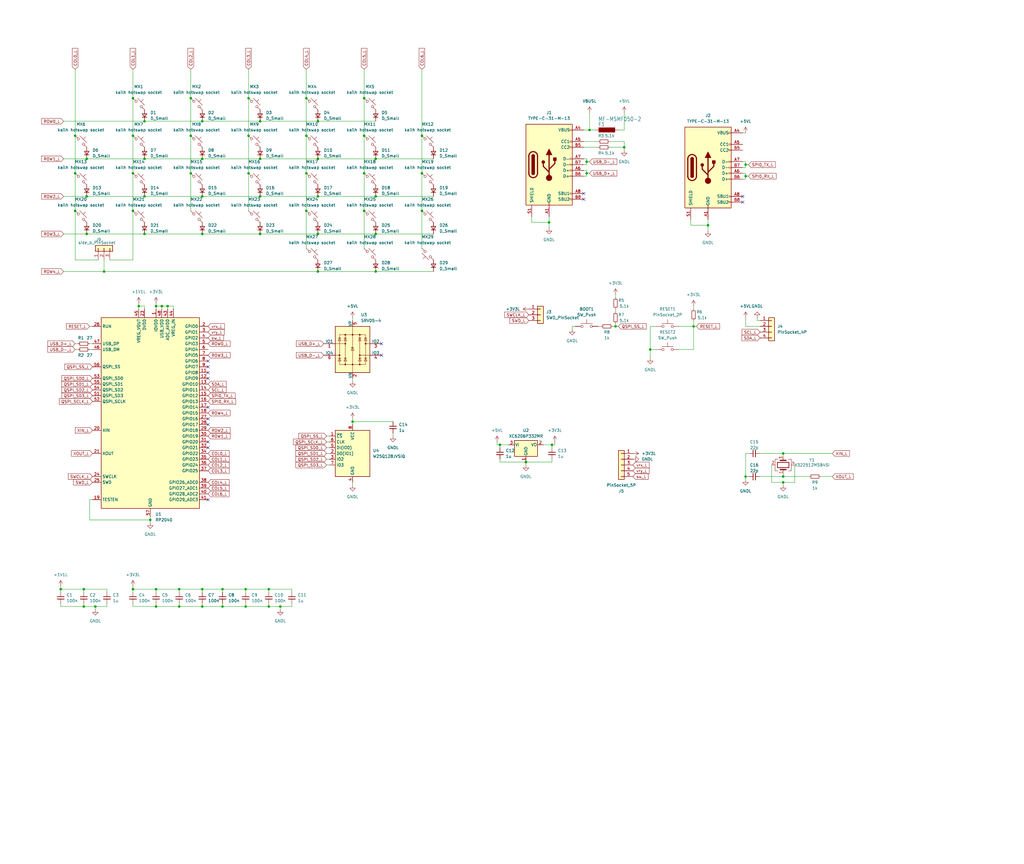
<source format=kicad_sch>
(kicad_sch (version 20231120) (generator "eeschema") (generator_version "8.0")
  (paper "User" 450.012 380.009)
  (junction (at 83.82 43.18))
  (junction (at 68.58 134.62))
  (junction (at 134.62 59.69))
  (junction (at 36.83 259.08))
  (junction (at 114.3 69.85))
  (junction (at 38.1 86.36))
  (junction (at 114.3 53.34))
  (junction (at 270.51 143.51))
  (junction (at 185.42 76.2))
  (junction (at 107.95 266.7))
  (junction (at 83.82 59.69))
  (junction (at 63.5 53.34))
  (junction (at 58.42 76.2))
  (junction (at 109.22 59.69))
  (junction (at 139.7 53.34))
  (junction (at 58.42 259.08))
  (junction (at 259.08 57.15))
  (junction (at 38.1 102.87))
  (junction (at 88.9 266.7))
  (junction (at 97.79 266.7))
  (junction (at 285.75 153.67))
  (junction (at 41.91 266.7))
  (junction (at 134.62 76.2))
  (junction (at 83.82 76.2))
  (junction (at 58.42 92.71))
  (junction (at 109.22 43.18))
  (junction (at 123.19 266.7))
  (junction (at 160.02 43.18))
  (junction (at 107.95 259.08))
  (junction (at 68.58 259.08))
  (junction (at 73.66 134.62))
  (junction (at 58.42 59.69))
  (junction (at 241.3 97.79))
  (junction (at 165.1 86.36))
  (junction (at 33.02 59.69))
  (junction (at 88.9 102.87))
  (junction (at 63.5 69.85))
  (junction (at 60.96 134.62))
  (junction (at 109.22 76.2))
  (junction (at 311.15 99.06))
  (junction (at 165.1 119.38))
  (junction (at 88.9 86.36))
  (junction (at 139.7 119.38))
  (junction (at 257.81 76.2))
  (junction (at 38.1 69.85))
  (junction (at 33.02 92.71))
  (junction (at 327.66 72.39))
  (junction (at 165.1 102.87))
  (junction (at 160.02 59.69))
  (junction (at 344.17 209.55))
  (junction (at 118.11 259.08))
  (junction (at 219.71 195.58))
  (junction (at 33.02 76.2))
  (junction (at 134.62 43.18))
  (junction (at 88.9 53.34))
  (junction (at 71.12 134.62))
  (junction (at 63.5 102.87))
  (junction (at 304.8 143.51))
  (junction (at 88.9 69.85))
  (junction (at 327.66 209.55))
  (junction (at 78.74 266.7))
  (junction (at 154.94 185.42))
  (junction (at 97.79 259.08))
  (junction (at 26.67 259.08))
  (junction (at 185.42 59.69))
  (junction (at 160.02 92.71))
  (junction (at 114.3 86.36))
  (junction (at 66.04 228.6))
  (junction (at 88.9 259.08))
  (junction (at 344.17 212.09))
  (junction (at 139.7 86.36))
  (junction (at 139.7 102.87))
  (junction (at 231.14 203.2))
  (junction (at 185.42 92.71))
  (junction (at 58.42 43.18))
  (junction (at 274.32 64.77))
  (junction (at 134.62 92.71))
  (junction (at 114.3 102.87))
  (junction (at 45.72 119.38))
  (junction (at 257.81 71.12))
  (junction (at 63.5 86.36))
  (junction (at 165.1 69.85))
  (junction (at 36.83 266.7))
  (junction (at 118.11 266.7))
  (junction (at 78.74 259.08))
  (junction (at 344.17 199.39))
  (junction (at 327.66 77.47))
  (junction (at 68.58 266.7))
  (junction (at 139.7 69.85))
  (junction (at 160.02 76.2))
  (junction (at 242.57 195.58))
  (no_connect (at 167.64 151.13))
  (no_connect (at 167.64 156.21))
  (no_connect (at 91.44 184.15))
  (no_connect (at 91.44 161.29))
  (no_connect (at 256.54 85.09))
  (no_connect (at 256.54 87.63))
  (no_connect (at 326.39 88.9))
  (no_connect (at 91.44 166.37))
  (no_connect (at 91.44 163.83))
  (no_connect (at 91.44 186.69))
  (no_connect (at 91.44 194.31))
  (no_connect (at 326.39 86.36))
  (no_connect (at 91.44 219.71))
  (no_connect (at 91.44 158.75))
  (no_connect (at 91.44 196.85))
  (no_connect (at 91.44 179.07))
  (wire (pts (xy 39.37 153.67) (xy 40.64 153.67)))
  (wire (pts (xy 344.17 208.28) (xy 344.17 209.55)))
  (wire (pts (xy 134.62 30.48) (xy 134.62 43.18)))
  (wire (pts (xy 123.19 266.7) (xy 128.27 266.7)))
  (wire (pts (xy 143.51 204.47) (xy 144.78 204.47)))
  (wire (pts (xy 58.42 265.43) (xy 58.42 266.7)))
  (wire (pts (xy 274.32 57.15) (xy 274.32 49.53)))
  (wire (pts (xy 68.58 266.7) (xy 78.74 266.7)))
  (wire (pts (xy 33.02 153.67) (xy 34.29 153.67)))
  (wire (pts (xy 143.51 194.31) (xy 144.78 194.31)))
  (wire (pts (xy 185.42 92.71) (xy 185.42 109.22)))
  (wire (pts (xy 154.94 185.42) (xy 154.94 186.69)))
  (wire (pts (xy 33.02 30.48) (xy 33.02 59.69)))
  (wire (pts (xy 58.42 30.48) (xy 58.42 43.18)))
  (wire (pts (xy 58.42 59.69) (xy 58.42 76.2)))
  (wire (pts (xy 233.68 95.25) (xy 233.68 97.79)))
  (wire (pts (xy 154.94 212.09) (xy 154.94 213.36)))
  (wire (pts (xy 73.66 135.89) (xy 73.66 134.62)))
  (wire (pts (xy 327.66 209.55) (xy 328.93 209.55)))
  (wire (pts (xy 68.58 259.08) (xy 78.74 259.08)))
  (wire (pts (xy 332.74 140.97) (xy 334.01 140.97)))
  (wire (pts (xy 285.75 143.51) (xy 285.75 153.67)))
  (wire (pts (xy 88.9 266.7) (xy 97.79 266.7)))
  (wire (pts (xy 219.71 201.93) (xy 219.71 203.2)))
  (wire (pts (xy 107.95 266.7) (xy 118.11 266.7)))
  (wire (pts (xy 78.74 259.08) (xy 88.9 259.08)))
  (wire (pts (xy 38.1 86.36) (xy 63.5 86.36)))
  (wire (pts (xy 285.75 153.67) (xy 288.29 153.67)))
  (wire (pts (xy 165.1 86.36) (xy 190.5 86.36)))
  (wire (pts (xy 332.74 139.7) (xy 332.74 140.97)))
  (wire (pts (xy 304.8 134.62) (xy 304.8 135.89)))
  (wire (pts (xy 257.81 77.47) (xy 257.81 76.2)))
  (wire (pts (xy 88.9 69.85) (xy 114.3 69.85)))
  (wire (pts (xy 219.71 195.58) (xy 219.71 196.85)))
  (wire (pts (xy 311.15 96.52) (xy 311.15 99.06)))
  (wire (pts (xy 256.54 77.47) (xy 257.81 77.47)))
  (wire (pts (xy 259.08 57.15) (xy 261.62 57.15)))
  (wire (pts (xy 78.74 265.43) (xy 78.74 266.7)))
  (wire (pts (xy 274.32 62.23) (xy 274.32 64.77)))
  (wire (pts (xy 109.22 76.2) (xy 109.22 92.71)))
  (wire (pts (xy 172.72 190.5) (xy 172.72 191.77)))
  (wire (pts (xy 219.71 195.58) (xy 223.52 195.58)))
  (wire (pts (xy 63.5 86.36) (xy 88.9 86.36)))
  (wire (pts (xy 33.02 114.3) (xy 43.18 114.3)))
  (wire (pts (xy 160.02 76.2) (xy 160.02 92.71)))
  (wire (pts (xy 88.9 259.08) (xy 97.79 259.08)))
  (wire (pts (xy 267.97 64.77) (xy 274.32 64.77)))
  (wire (pts (xy 257.81 74.93) (xy 256.54 74.93)))
  (wire (pts (xy 58.42 257.81) (xy 58.42 259.08)))
  (wire (pts (xy 97.79 265.43) (xy 97.79 266.7)))
  (wire (pts (xy 118.11 259.08) (xy 128.27 259.08)))
  (wire (pts (xy 143.51 201.93) (xy 144.78 201.93)))
  (wire (pts (xy 60.96 133.35) (xy 60.96 134.62)))
  (wire (pts (xy 63.5 134.62) (xy 63.5 135.89)))
  (wire (pts (xy 306.07 143.51) (xy 304.8 143.51)))
  (wire (pts (xy 231.14 204.47) (xy 231.14 203.2)))
  (wire (pts (xy 334.01 209.55) (xy 344.17 209.55)))
  (wire (pts (xy 46.99 260.35) (xy 46.99 259.08)))
  (wire (pts (xy 114.3 53.34) (xy 139.7 53.34)))
  (wire (pts (xy 134.62 59.69) (xy 134.62 76.2)))
  (wire (pts (xy 78.74 266.7) (xy 88.9 266.7)))
  (wire (pts (xy 344.17 199.39) (xy 365.76 199.39)))
  (wire (pts (xy 344.17 200.66) (xy 344.17 199.39)))
  (wire (pts (xy 160.02 92.71) (xy 160.02 109.22)))
  (wire (pts (xy 243.84 195.58) (xy 243.84 194.31)))
  (wire (pts (xy 269.24 143.51) (xy 270.51 143.51)))
  (wire (pts (xy 118.11 266.7) (xy 123.19 266.7)))
  (wire (pts (xy 165.1 69.85) (xy 190.5 69.85)))
  (wire (pts (xy 288.29 143.51) (xy 285.75 143.51)))
  (wire (pts (xy 88.9 102.87) (xy 114.3 102.87)))
  (wire (pts (xy 303.53 96.52) (xy 303.53 99.06)))
  (wire (pts (xy 60.96 135.89) (xy 60.96 134.62)))
  (wire (pts (xy 33.02 59.69) (xy 33.02 76.2)))
  (wire (pts (xy 114.3 102.87) (xy 139.7 102.87)))
  (wire (pts (xy 97.79 266.7) (xy 107.95 266.7)))
  (wire (pts (xy 233.68 97.79) (xy 241.3 97.79)))
  (wire (pts (xy 218.44 195.58) (xy 219.71 195.58)))
  (wire (pts (xy 267.97 62.23) (xy 274.32 62.23)))
  (wire (pts (xy 68.58 135.89) (xy 68.58 134.62)))
  (wire (pts (xy 39.37 151.13) (xy 40.64 151.13)))
  (wire (pts (xy 38.1 102.87) (xy 63.5 102.87)))
  (wire (pts (xy 165.1 102.87) (xy 190.5 102.87)))
  (wire (pts (xy 83.82 59.69) (xy 83.82 76.2)))
  (wire (pts (xy 327.66 77.47) (xy 328.93 77.47)))
  (wire (pts (xy 242.57 201.93) (xy 242.57 203.2)))
  (wire (pts (xy 97.79 260.35) (xy 97.79 259.08)))
  (wire (pts (xy 139.7 102.87) (xy 165.1 102.87)))
  (wire (pts (xy 160.02 59.69) (xy 160.02 76.2)))
  (wire (pts (xy 143.51 199.39) (xy 144.78 199.39)))
  (wire (pts (xy 219.71 203.2) (xy 231.14 203.2)))
  (wire (pts (xy 238.76 195.58) (xy 242.57 195.58)))
  (wire (pts (xy 73.66 134.62) (xy 71.12 134.62)))
  (wire (pts (xy 68.58 259.08) (xy 68.58 260.35)))
  (wire (pts (xy 26.67 266.7) (xy 36.83 266.7)))
  (wire (pts (xy 303.53 99.06) (xy 311.15 99.06)))
  (wire (pts (xy 33.02 92.71) (xy 33.02 114.3)))
  (wire (pts (xy 139.7 119.38) (xy 165.1 119.38)))
  (wire (pts (xy 27.94 102.87) (xy 38.1 102.87)))
  (wire (pts (xy 270.51 142.24) (xy 270.51 143.51)))
  (wire (pts (xy 231.14 203.2) (xy 242.57 203.2)))
  (wire (pts (xy 27.94 119.38) (xy 45.72 119.38)))
  (wire (pts (xy 327.66 58.42) (xy 326.39 58.42)))
  (wire (pts (xy 143.51 196.85) (xy 144.78 196.85)))
  (wire (pts (xy 118.11 260.35) (xy 118.11 259.08)))
  (wire (pts (xy 154.94 184.15) (xy 154.94 185.42)))
  (wire (pts (xy 39.37 228.6) (xy 66.04 228.6)))
  (wire (pts (xy 327.66 199.39) (xy 327.66 209.55)))
  (wire (pts (xy 97.79 259.08) (xy 107.95 259.08)))
  (wire (pts (xy 27.94 69.85) (xy 38.1 69.85)))
  (wire (pts (xy 154.94 139.7) (xy 154.94 140.97)))
  (wire (pts (xy 241.3 97.79) (xy 241.3 100.33)))
  (wire (pts (xy 270.51 129.54) (xy 270.51 130.81)))
  (wire (pts (xy 60.96 134.62) (xy 63.5 134.62)))
  (wire (pts (xy 46.99 265.43) (xy 46.99 266.7)))
  (wire (pts (xy 66.04 228.6) (xy 66.04 227.33)))
  (wire (pts (xy 298.45 143.51) (xy 304.8 143.51)))
  (wire (pts (xy 143.51 191.77) (xy 144.78 191.77)))
  (wire (pts (xy 134.62 92.71) (xy 134.62 109.22)))
  (wire (pts (xy 344.17 209.55) (xy 355.6 209.55)))
  (wire (pts (xy 39.37 143.51) (xy 40.64 143.51)))
  (wire (pts (xy 154.94 185.42) (xy 172.72 185.42)))
  (wire (pts (xy 38.1 69.85) (xy 63.5 69.85)))
  (wire (pts (xy 334.01 199.39) (xy 344.17 199.39)))
  (wire (pts (xy 26.67 260.35) (xy 26.67 259.08)))
  (wire (pts (xy 83.82 76.2) (xy 83.82 92.71)))
  (wire (pts (xy 259.08 71.12) (xy 257.81 71.12)))
  (wire (pts (xy 339.09 212.09) (xy 344.17 212.09)))
  (wire (pts (xy 327.66 209.55) (xy 327.66 210.82)))
  (wire (pts (xy 107.95 260.35) (xy 107.95 259.08)))
  (wire (pts (xy 58.42 260.35) (xy 58.42 259.08)))
  (wire (pts (xy 109.22 59.69) (xy 109.22 76.2)))
  (wire (pts (xy 63.5 53.34) (xy 88.9 53.34)))
  (wire (pts (xy 73.66 134.62) (xy 76.2 134.62)))
  (wire (pts (xy 36.83 259.08) (xy 36.83 260.35)))
  (wire (pts (xy 68.58 134.62) (xy 71.12 134.62)))
  (wire (pts (xy 328.93 199.39) (xy 327.66 199.39)))
  (wire (pts (xy 139.7 69.85) (xy 165.1 69.85)))
  (wire (pts (xy 256.54 57.15) (xy 259.08 57.15)))
  (wire (pts (xy 270.51 143.51) (xy 271.78 143.51)))
  (wire (pts (xy 36.83 266.7) (xy 41.91 266.7)))
  (wire (pts (xy 48.26 114.3) (xy 58.42 114.3)))
  (wire (pts (xy 304.8 153.67) (xy 304.8 143.51)))
  (wire (pts (xy 88.9 86.36) (xy 114.3 86.36)))
  (wire (pts (xy 71.12 134.62) (xy 71.12 135.89)))
  (wire (pts (xy 39.37 219.71) (xy 39.37 228.6)))
  (wire (pts (xy 58.42 76.2) (xy 58.42 92.71)))
  (wire (pts (xy 134.62 43.18) (xy 134.62 59.69)))
  (wire (pts (xy 88.9 260.35) (xy 88.9 259.08)))
  (wire (pts (xy 45.72 119.38) (xy 139.7 119.38)))
  (wire (pts (xy 185.42 30.48) (xy 185.42 59.69)))
  (wire (pts (xy 154.94 166.37) (xy 154.94 167.64)))
  (wire (pts (xy 326.39 71.12) (xy 327.66 71.12)))
  (wire (pts (xy 107.95 259.08) (xy 118.11 259.08)))
  (wire (pts (xy 63.5 69.85) (xy 88.9 69.85)))
  (wire (pts (xy 33.02 76.2) (xy 33.02 92.71)))
  (wire (pts (xy 327.66 78.74) (xy 326.39 78.74)))
  (wire (pts (xy 271.78 57.15) (xy 274.32 57.15)))
  (wire (pts (xy 83.82 43.18) (xy 83.82 59.69)))
  (wire (pts (xy 26.67 265.43) (xy 26.67 266.7)))
  (wire (pts (xy 41.91 266.7) (xy 46.99 266.7)))
  (wire (pts (xy 139.7 53.34) (xy 165.1 53.34)))
  (wire (pts (xy 298.45 153.67) (xy 304.8 153.67)))
  (wire (pts (xy 114.3 86.36) (xy 139.7 86.36)))
  (wire (pts (xy 285.75 153.67) (xy 285.75 157.48)))
  (wire (pts (xy 36.83 259.08) (xy 46.99 259.08)))
  (wire (pts (xy 58.42 266.7) (xy 68.58 266.7)))
  (wire (pts (xy 327.66 72.39) (xy 327.66 73.66)))
  (wire (pts (xy 327.66 71.12) (xy 327.66 72.39)))
  (wire (pts (xy 26.67 259.08) (xy 36.83 259.08)))
  (wire (pts (xy 36.83 265.43) (xy 36.83 266.7)))
  (wire (pts (xy 185.42 59.69) (xy 185.42 76.2)))
  (wire (pts (xy 257.81 76.2) (xy 257.81 74.93)))
  (wire (pts (xy 88.9 53.34) (xy 114.3 53.34)))
  (wire (pts (xy 114.3 69.85) (xy 139.7 69.85)))
  (wire (pts (xy 327.66 143.51) (xy 327.66 139.7)))
  (wire (pts (xy 257.81 71.12) (xy 257.81 69.85)))
  (wire (pts (xy 242.57 195.58) (xy 242.57 196.85)))
  (wire (pts (xy 339.09 204.47) (xy 339.09 212.09)))
  (wire (pts (xy 109.22 43.18) (xy 109.22 59.69)))
  (wire (pts (xy 252.73 143.51) (xy 251.46 143.51)))
  (wire (pts (xy 165.1 119.38) (xy 190.5 119.38)))
  (wire (pts (xy 327.66 143.51) (xy 334.01 143.51)))
  (wire (pts (xy 83.82 30.48) (xy 83.82 43.18)))
  (wire (pts (xy 160.02 43.18) (xy 160.02 59.69)))
  (wire (pts (xy 218.44 195.58) (xy 218.44 194.31)))
  (wire (pts (xy 257.81 72.39) (xy 257.81 71.12)))
  (wire (pts (xy 360.68 209.55) (xy 365.76 209.55)))
  (wire (pts (xy 327.66 72.39) (xy 328.93 72.39)))
  (wire (pts (xy 128.27 266.7) (xy 128.27 265.43)))
  (wire (pts (xy 327.66 77.47) (xy 327.66 78.74)))
  (wire (pts (xy 128.27 259.08) (xy 128.27 260.35)))
  (wire (pts (xy 344.17 213.36) (xy 344.17 212.09)))
  (wire (pts (xy 27.94 86.36) (xy 38.1 86.36)))
  (wire (pts (xy 109.22 30.48) (xy 109.22 43.18)))
  (wire (pts (xy 185.42 76.2) (xy 185.42 92.71)))
  (wire (pts (xy 58.42 259.08) (xy 68.58 259.08)))
  (wire (pts (xy 270.51 137.16) (xy 270.51 135.89)))
  (wire (pts (xy 45.72 114.3) (xy 45.72 119.38)))
  (wire (pts (xy 68.58 265.43) (xy 68.58 266.7)))
  (wire (pts (xy 27.94 53.34) (xy 63.5 53.34)))
  (wire (pts (xy 76.2 135.89) (xy 76.2 134.62)))
  (wire (pts (xy 256.54 64.77) (xy 262.89 64.77)))
  (wire (pts (xy 40.64 219.71) (xy 39.37 219.71)))
  (wire (pts (xy 242.57 195.58) (xy 243.84 195.58)))
  (wire (pts (xy 123.19 267.97) (xy 123.19 266.7)))
  (wire (pts (xy 107.95 265.43) (xy 107.95 266.7)))
  (wire (pts (xy 118.11 265.43) (xy 118.11 266.7)))
  (wire (pts (xy 58.42 43.18) (xy 58.42 59.69)))
  (wire (pts (xy 256.54 69.85) (xy 257.81 69.85)))
  (wire (pts (xy 139.7 86.36) (xy 165.1 86.36)))
  (wire (pts (xy 326.39 76.2) (xy 327.66 76.2)))
  (wire (pts (xy 262.89 143.51) (xy 264.16 143.51)))
  (wire (pts (xy 78.74 260.35) (xy 78.74 259.08)))
  (wire (pts (xy 311.15 99.06) (xy 311.15 101.6)))
  (wire (pts (xy 26.67 257.81) (xy 26.67 259.08)))
  (wire (pts (xy 66.04 229.87) (xy 66.04 228.6)))
  (wire (pts (xy 33.02 151.13) (xy 34.29 151.13)))
  (wire (pts (xy 41.91 267.97) (xy 41.91 266.7)))
  (wire (pts (xy 327.66 76.2) (xy 327.66 77.47)))
  (wire (pts (xy 349.25 204.47) (xy 349.25 212.09)))
  (wire (pts (xy 259.08 49.53) (xy 259.08 57.15)))
  (wire (pts (xy 304.8 140.97) (xy 304.8 143.51)))
  (wire (pts (xy 327.66 73.66) (xy 326.39 73.66)))
  (wire (pts (xy 251.46 143.51) (xy 251.46 144.78)))
  (wire (pts (xy 274.32 66.04) (xy 274.32 64.77)))
  (wire (pts (xy 241.3 95.25) (xy 241.3 97.79)))
  (wire (pts (xy 134.62 76.2) (xy 134.62 92.71)))
  (wire (pts (xy 256.54 62.23) (xy 262.89 62.23)))
  (wire (pts (xy 63.5 102.87) (xy 88.9 102.87)))
  (wire (pts (xy 256.54 72.39) (xy 257.81 72.39)))
  (wire (pts (xy 68.58 133.35) (xy 68.58 134.62)))
  (wire (pts (xy 349.25 212.09) (xy 344.17 212.09)))
  (wire (pts (xy 257.81 76.2) (xy 259.08 76.2)))
  (wire (pts (xy 58.42 92.71) (xy 58.42 114.3)))
  (wire (pts (xy 88.9 265.43) (xy 88.9 266.7)))
  (wire (pts (xy 160.02 30.48) (xy 160.02 43.18)))
  (global_label "vry_L" (shape input) (at 91.44 146.05 0) (property "Intersheetrefs" "${INTERSHEET_REFS}" (effects (hide yes))))
  (global_label "SCL_L" (shape input) (at 334.01 146.05 180) (property "Intersheetrefs" "${INTERSHEET_REFS}" (effects (hide yes))))
  (global_label "COL6_L" (shape input) (at 185.42 30.48 90) (property "Intersheetrefs" "${INTERSHEET_REFS}" (effects (hide yes))))
  (global_label "SWD_L" (shape input) (at 40.64 212.09 180) (property "Intersheetrefs" "${INTERSHEET_REFS}" (effects (hide yes))))
  (global_label "SPI0_TX_L" (shape input) (at 91.44 173.99 0) (property "Intersheetrefs" "${INTERSHEET_REFS}" (effects (hide yes))))
  (global_label "ROW1_L" (shape input) (at 91.44 191.77 0) (property "Intersheetrefs" "${INTERSHEET_REFS}" (effects (hide yes))))
  (global_label "USB_D+_L" (shape input) (at 259.08 76.2 0) (property "Intersheetrefs" "${INTERSHEET_REFS}" (effects (hide yes))))
  (global_label "QSPI_SD1_L" (shape input) (at 143.51 199.39 180) (property "Intersheetrefs" "${INTERSHEET_REFS}" (effects (hide yes))))
  (global_label "QSPI_SS_L" (shape input) (at 40.64 161.29 180) (property "Intersheetrefs" "${INTERSHEET_REFS}" (effects (hide yes))))
  (global_label "USB_D-_L" (shape input) (at 142.24 156.21 180) (property "Intersheetrefs" "${INTERSHEET_REFS}" (effects (hide yes))))
  (global_label "QSPI_SD3_L" (shape input) (at 40.64 173.99 180) (property "Intersheetrefs" "${INTERSHEET_REFS}" (effects (hide yes))))
  (global_label "XOUT_L" (shape input) (at 40.64 199.39 180) (property "Intersheetrefs" "${INTERSHEET_REFS}" (effects (hide yes))))
  (global_label "COL2_L" (shape input) (at 83.82 30.48 90) (property "Intersheetrefs" "${INTERSHEET_REFS}" (effects (hide yes))))
  (global_label "COL5_L" (shape input) (at 160.02 30.48 90) (property "Intersheetrefs" "${INTERSHEET_REFS}" (effects (hide yes))))
  (global_label "SCL_L" (shape input) (at 91.44 171.45 0) (property "Intersheetrefs" "${INTERSHEET_REFS}" (effects (hide yes))))
  (global_label "COL0_L" (shape input) (at 91.44 199.39 0) (property "Intersheetrefs" "${INTERSHEET_REFS}" (effects (hide yes))))
  (global_label "ROW0_L" (shape input) (at 91.44 151.13 0) (property "Intersheetrefs" "${INTERSHEET_REFS}" (effects (hide yes))))
  (global_label "sw_L" (shape input) (at 278.13 209.55 0) (property "Intersheetrefs" "${INTERSHEET_REFS}" (effects (hide yes))))
  (global_label "QSPI_SD0_L" (shape input) (at 40.64 166.37 180) (property "Intersheetrefs" "${INTERSHEET_REFS}" (effects (hide yes))))
  (global_label "QSPI_SCLK_L" (shape input) (at 143.51 194.31 180) (property "Intersheetrefs" "${INTERSHEET_REFS}" (effects (hide yes))))
  (global_label "COL0_L" (shape input) (at 33.02 30.48 90) (property "Intersheetrefs" "${INTERSHEET_REFS}" (effects (hide yes))))
  (global_label "vry_L" (shape input) (at 278.13 207.01 0) (property "Intersheetrefs" "${INTERSHEET_REFS}" (effects (hide yes))))
  (global_label "ROW3_L" (shape input) (at 91.44 156.21 0) (property "Intersheetrefs" "${INTERSHEET_REFS}" (effects (hide yes))))
  (global_label "SDA_L" (shape input) (at 334.01 148.59 180) (property "Intersheetrefs" "${INTERSHEET_REFS}" (effects (hide yes))))
  (global_label "COL1_L" (shape input) (at 91.44 201.93 0) (property "Intersheetrefs" "${INTERSHEET_REFS}" (effects (hide yes))))
  (global_label "COL3_L" (shape input) (at 109.22 30.48 90) (property "Intersheetrefs" "${INTERSHEET_REFS}" (effects (hide yes))))
  (global_label "SDA_L" (shape input) (at 91.44 168.91 0) (property "Intersheetrefs" "${INTERSHEET_REFS}" (effects (hide yes))))
  (global_label "QSPI_SD3_L" (shape input) (at 143.51 204.47 180) (property "Intersheetrefs" "${INTERSHEET_REFS}" (effects (hide yes))))
  (global_label "COL5_L" (shape input) (at 91.44 214.63 0) (property "Intersheetrefs" "${INTERSHEET_REFS}" (effects (hide yes))))
  (global_label "vrx_L" (shape input) (at 278.13 204.47 0) (property "Intersheetrefs" "${INTERSHEET_REFS}" (effects (hide yes))))
  (global_label "sw_L" (shape input) (at 91.44 148.59 0) (property "Intersheetrefs" "${INTERSHEET_REFS}" (effects (hide yes))))
  (global_label "ROW2_L" (shape input) (at 27.94 86.36 180) (property "Intersheetrefs" "${INTERSHEET_REFS}" (effects (hide yes))))
  (global_label "ROW4_L" (shape input) (at 27.94 119.38 180) (property "Intersheetrefs" "${INTERSHEET_REFS}" (effects (hide yes))))
  (global_label "ROW4_L" (shape input) (at 91.44 181.61 0) (property "Intersheetrefs" "${INTERSHEET_REFS}" (effects (hide yes))))
  (global_label "QSPI_SD2_L" (shape input) (at 143.51 201.93 180) (property "Intersheetrefs" "${INTERSHEET_REFS}" (effects (hide yes))))
  (global_label "SPI0_RX_L" (shape input) (at 91.44 176.53 0) (property "Intersheetrefs" "${INTERSHEET_REFS}" (effects (hide yes))))
  (global_label "ROW2_L" (shape input) (at 91.44 189.23 0) (property "Intersheetrefs" "${INTERSHEET_REFS}" (effects (hide yes))))
  (global_label "SWD_L" (shape input) (at 232.41 140.97 180) (property "Intersheetrefs" "${INTERSHEET_REFS}" (effects (hide yes))))
  (global_label "QSPI_SS_L" (shape input) (at 143.51 191.77 180) (property "Intersheetrefs" "${INTERSHEET_REFS}" (effects (hide yes))))
  (global_label "vrx_L" (shape input) (at 91.44 143.51 0) (property "Intersheetrefs" "${INTERSHEET_REFS}" (effects (hide yes))))
  (global_label "COL2_L" (shape input) (at 91.44 204.47 0) (property "Intersheetrefs" "${INTERSHEET_REFS}" (effects (hide yes))))
  (global_label "QSPI_SD1_L" (shape input) (at 40.64 168.91 180) (property "Intersheetrefs" "${INTERSHEET_REFS}" (effects (hide yes))))
  (global_label "USB_D+_L" (shape input) (at 142.24 151.13 180) (property "Intersheetrefs" "${INTERSHEET_REFS}" (effects (hide yes))))
  (global_label "QSPI_SD0_L" (shape input) (at 143.51 196.85 180) (property "Intersheetrefs" "${INTERSHEET_REFS}" (effects (hide yes))))
  (global_label "XIN_L" (shape input) (at 40.64 189.23 180) (property "Intersheetrefs" "${INTERSHEET_REFS}" (effects (hide yes))))
  (global_label "USB_D-_L" (shape input) (at 33.02 153.67 180) (property "Intersheetrefs" "${INTERSHEET_REFS}" (effects (hide yes))))
  (global_label "QSPI_SS_L" (shape input) (at 271.78 143.51 0) (property "Intersheetrefs" "${INTERSHEET_REFS}" (effects (hide yes))))
  (global_label "ROW1_L" (shape input) (at 27.94 69.85 180) (property "Intersheetrefs" "${INTERSHEET_REFS}" (effects (hide yes))))
  (global_label "SWCLK_L" (shape input) (at 40.64 209.55 180) (property "Intersheetrefs" "${INTERSHEET_REFS}" (effects (hide yes))))
  (global_label "ROW3_L" (shape input) (at 27.94 102.87 180) (property "Intersheetrefs" "${INTERSHEET_REFS}" (effects (hide yes))))
  (global_label "XOUT_L" (shape input) (at 365.76 209.55 0) (property "Intersheetrefs" "${INTERSHEET_REFS}" (effects (hide yes))))
  (global_label "SWCLK_L" (shape input) (at 232.41 138.43 180) (property "Intersheetrefs" "${INTERSHEET_REFS}" (effects (hide yes))))
  (global_label "ROW0_L" (shape input) (at 27.94 53.34 180) (property "Intersheetrefs" "${INTERSHEET_REFS}" (effects (hide yes))))
  (global_label "COL3_L" (shape input) (at 91.44 207.01 0) (property "Intersheetrefs" "${INTERSHEET_REFS}" (effects (hide yes))))
  (global_label "RESET_L" (shape input) (at 306.07 143.51 0) (property "Intersheetrefs" "${INTERSHEET_REFS}" (effects (hide yes))))
  (global_label "COL6_L" (shape input) (at 91.44 217.17 0) (property "Intersheetrefs" "${INTERSHEET_REFS}" (effects (hide yes))))
  (global_label "USB_D-_L" (shape input) (at 259.08 71.12 0) (property "Intersheetrefs" "${INTERSHEET_REFS}" (effects (hide yes))))
  (global_label "QSPI_SD2_L" (shape input) (at 40.64 171.45 180) (property "Intersheetrefs" "${INTERSHEET_REFS}" (effects (hide yes))))
  (global_label "USB_D+_L" (shape input) (at 33.02 151.13 180) (property "Intersheetrefs" "${INTERSHEET_REFS}" (effects (hide yes))))
  (global_label "RESET_L" (shape input) (at 39.37 143.51 180) (property "Intersheetrefs" "${INTERSHEET_REFS}" (effects (hide yes))))
  (global_label "COL1_L" (shape input) (at 58.42 30.48 90) (property "Intersheetrefs" "${INTERSHEET_REFS}" (effects (hide yes))))
  (global_label "XIN_L" (shape input) (at 365.76 199.39 0) (property "Intersheetrefs" "${INTERSHEET_REFS}" (effects (hide yes))))
  (global_label "SPI0_TX_L" (shape input) (at 328.93 72.39 0) (property "Intersheetrefs" "${INTERSHEET_REFS}" (effects (hide yes))))
  (global_label "COL4_L" (shape input) (at 134.62 30.48 90) (property "Intersheetrefs" "${INTERSHEET_REFS}" (effects (hide yes))))
  (global_label "COL4_L" (shape input) (at 91.44 212.09 0) (property "Intersheetrefs" "${INTERSHEET_REFS}" (effects (hide yes))))
  (global_label "QSPI_SCLK_L" (shape input) (at 40.64 176.53 180) (property "Intersheetrefs" "${INTERSHEET_REFS}" (effects (hide yes))))
  (global_label "SPI0_RX_L" (shape input) (at 328.93 77.47 0) (property "Intersheetrefs" "${INTERSHEET_REFS}" (effects (hide yes))))
  (symbol (lib_id "Device:C_Small") (at 107.95 262.89 0) (unit 1)
    (property "Reference" "C9" (at 110.49 261.6263 0) (effects (justify left)))
    (property "Value" "100n" (at 110.49 264.1663 0) (effects (justify left)))
    (property "Footprint" "Capacitor_SMD:C_0402_1005Metric" (effects (hide yes)))
  )
  (symbol (lib_id "Device:R_Small") (at 36.83 151.13 90) (unit 1)
    (property "Reference" "R1" (at 35.56 148.59 90))
    (property "Value" "27" (at 39.37 148.59 90))
    (property "Footprint" "Resistor_SMD:R_0402_1005Metric" (effects (hide yes)))
  )
  (symbol (lib_id "Device:D_Small") (at 38.1 67.31 90) (unit 1)
    (property "Reference" "D6" (at 40.64 66.04 90) (effects (justify right)))
    (property "Value" "D_Small" (at 40.64 68.58 90) (effects (justify right)))
    (property "Footprint" "mcu:D_SOD-123_new" (effects (hide yes)))
    (property "Sim.Device" "D" (effects (hide yes)))
    (property "Sim.Pins" "1=K 2=A" (effects (hide yes)))
  )
  (symbol (lib_name "GND_1") (lib_id "power:GND") (at 241.3 100.33 0) (unit 1)
    (property "Reference" "#PWR07" (effects (hide yes)))
    (property "Value" "GNDL" (at 241.3 105.41 0))
  )
  (symbol (lib_id "Device:C_Small") (at 36.83 262.89 0) (unit 1)
    (property "Reference" "C2" (at 39.37 261.6263 0) (effects (justify left)))
    (property "Value" "100n" (at 39.37 264.1663 0) (effects (justify left)))
    (property "Footprint" "Capacitor_SMD:C_0402_1005Metric" (effects (hide yes)))
  )
  (symbol (lib_id "PCM_marbastlib-mx:MX_SW_solder") (at 35.56 78.74 0) (unit 1)
    (property "Reference" "MX13" (at 35.56 71.12 0))
    (property "Value" "kailh hotswap socket" (at 35.56 73.66 0))
    (property "Footprint" "PCM_marbastlib-mx:SW_MX_HS_1u" (effects (hide yes)))
  )
  (symbol (lib_id "PCM_marbastlib-mx:MX_SW_solder") (at 86.36 78.74 0) (unit 1)
    (property "Reference" "MX15" (at 86.36 71.12 0))
    (property "Value" "kailh hotswap socket" (at 86.36 73.66 0))
    (property "Footprint" "PCM_marbastlib-mx:SW_MX_HS_1u" (effects (hide yes)))
  )
  (symbol (lib_id "Device:C_Small") (at 118.11 262.89 0) (unit 1)
    (property "Reference" "C10" (at 120.65 261.6263 0) (effects (justify left)))
    (property "Value" "100n" (at 120.65 264.1663 0) (effects (justify left)))
    (property "Footprint" "Capacitor_SMD:C_0402_1005Metric" (effects (hide yes)))
  )
  (symbol (lib_name "GND_1") (lib_id "power:GND") (at 231.14 204.47 0) (unit 1)
    (property "Reference" "#PWR026" (effects (hide yes)))
    (property "Value" "GNDL" (at 231.14 209.55 0))
  )
  (symbol (lib_name "+5V_1") (lib_id "power:+5V") (at 218.44 194.31 0) (unit 1)
    (property "Reference" "#PWR022" (effects (hide yes)))
    (property "Value" "+5VL" (at 218.44 189.23 0))
  )
  (symbol (lib_id "Device:D_Small") (at 139.7 50.8 90) (unit 1)
    (property "Reference" "D4" (at 142.24 49.53 90) (effects (justify right)))
    (property "Value" "D_Small" (at 142.24 52.07 90) (effects (justify right)))
    (property "Footprint" "mcu:D_SOD-123_new" (effects (hide yes)))
    (property "Sim.Device" "D" (effects (hide yes)))
    (property "Sim.Pins" "1=K 2=A" (effects (hide yes)))
  )
  (symbol (lib_id "Device:D_Small") (at 190.5 67.31 90) (unit 1)
    (property "Reference" "D12" (at 193.04 66.04 90) (effects (justify right)))
    (property "Value" "D_Small" (at 193.04 68.58 90) (effects (justify right)))
    (property "Footprint" "mcu:D_SOD-123_new" (effects (hide yes)))
    (property "Sim.Device" "D" (effects (hide yes)))
    (property "Sim.Pins" "1=K 2=A" (effects (hide yes)))
  )
  (symbol (lib_name "+3V3_2") (lib_id "power:+3V3") (at 270.51 129.54 0) (unit 1)
    (property "Reference" "#PWR010" (effects (hide yes)))
    (property "Value" "+3V3L" (at 270.51 124.46 0))
  )
  (symbol (lib_name "+3V3_2") (lib_id "power:+3V3") (at 68.58 133.35 0) (unit 1)
    (property "Reference" "#PWR02" (effects (hide yes)))
    (property "Value" "+3V3L" (at 68.58 128.27 0))
  )
  (symbol (lib_id "Connector_Generic:Conn_01x04") (at 339.09 143.51 0) (unit 1)
    (property "Reference" "J4" (at 341.63 143.51 0) (effects (justify left)))
    (property "Value" "PinSocket_4P" (at 341.63 146.05 0) (effects (justify left)))
    (property "Footprint" "Connector_PinHeader_2.54mm:PinHeader_1x04_P2.54mm_Vertical" (effects (hide yes)))
  )
  (symbol (lib_id "Device:D_Small") (at 114.3 100.33 90) (unit 1)
    (property "Reference" "D23" (at 116.84 99.06 90) (effects (justify right)))
    (property "Value" "D_Small" (at 116.84 101.6 90) (effects (justify right)))
    (property "Footprint" "mcu:D_SOD-123_new" (effects (hide yes)))
    (property "Sim.Device" "D" (effects (hide yes)))
    (property "Sim.Pins" "1=K 2=A" (effects (hide yes)))
  )
  (symbol (lib_id "Device:D_Small") (at 114.3 83.82 90) (unit 1)
    (property "Reference" "D16" (at 116.84 82.55 90) (effects (justify right)))
    (property "Value" "D_Small" (at 116.84 85.09 90) (effects (justify right)))
    (property "Footprint" "mcu:D_SOD-123_new" (effects (hide yes)))
    (property "Sim.Device" "D" (effects (hide yes)))
    (property "Sim.Pins" "1=K 2=A" (effects (hide yes)))
  )
  (symbol (lib_id "PCM_marbastlib-mx:MX_SW_solder") (at 162.56 62.23 0) (unit 1)
    (property "Reference" "MX11" (at 162.56 54.61 0))
    (property "Value" "kailh hotswap socket" (at 162.56 57.15 0))
    (property "Footprint" "PCM_marbastlib-mx:SW_MX_HS_1u" (effects (hide yes)))
  )
  (symbol (lib_id "Switch:SW_Push") (at 293.37 143.51 0) (unit 1) (in_bom no)
    (property "Reference" "RESET1" (at 293.37 135.89 0))
    (property "Value" "PinSocket_2P" (at 293.37 138.43 0))
    (property "Footprint" "Connector_PinSocket_2.54mm:PinSocket_1x02_P2.54mm_Vertical" (effects (hide yes)))
  )
  (symbol (lib_name "GND_1") (lib_id "power:GND") (at 172.72 191.77 0) (unit 1)
    (property "Reference" "#PWR030" (effects (hide yes)))
    (property "Value" "GNDL" (at 172.72 196.85 0))
  )
  (symbol (lib_id "Device:C_Small") (at 331.47 199.39 90) (unit 1)
    (property "Reference" "C15" (at 331.4763 194.31 90))
    (property "Value" "22p" (at 331.4763 196.85 90))
    (property "Footprint" "Capacitor_SMD:C_0402_1005Metric" (effects (hide yes)))
  )
  (symbol (lib_name "GND_1") (lib_id "power:GND") (at 278.13 201.93 90) (unit 1)
    (property "Reference" "#PWR025" (effects (hide yes)))
    (property "Value" "GNDL" (at 281.94 201.93 90) (effects (justify right)))
  )
  (symbol (lib_name "GND_1") (lib_id "power:GND") (at 332.74 139.7 180) (unit 1)
    (property "Reference" "#PWR020" (effects (hide yes)))
    (property "Value" "GNDL" (at 332.74 134.62 0))
  )
  (symbol (lib_id "Connector:USB_C_Receptacle_USB2.0") (at 241.3 72.39 0) (unit 1)
    (property "Reference" "J1" (at 241.3 49.53 0))
    (property "Value" "TYPE-C-31-M-13" (at 241.3 52.07 0))
    (property "Footprint" "mcu:HRO-TYPE-C-31-M-13" (effects (hide yes)))
    (property "Datasheet" "https://www.usb.org/sites/default/files/documents/usb_type-c.zip" (effects (hide yes)))
  )
  (symbol (lib_id "Leonardo_Rev3e:L-EUL1812") (at 266.7 57.15 270) (unit 1)
    (property "Reference" "F1" (at 262.89 55.6514 90) (effects (font (size 1.778 1.5113)) (justify left bottom)))
    (property "Value" "MF-MSMF050-2" (at 262.89 53.34 90) (effects (font (size 1.778 1.5113)) (justify left bottom)))
    (property "Footprint" "Fuse:Fuse_1812_4532Metric" (effects (hide yes)))
  )
  (symbol (lib_name "GND_1") (lib_id "power:GND") (at 123.19 267.97 0) (unit 1)
    (property "Reference" "#PWR018" (effects (hide yes)))
    (property "Value" "GNDL" (at 123.19 273.05 0))
  )
  (symbol (lib_id "Connector_Generic:Conn_01x03") (at 45.72 109.22 90) (unit 1)
    (property "Reference" "J9" (at 44.45 105.41 90) (effects (justify left)))
    (property "Value" "side_b_PinSocket" (at 50.8 106.68 90) (effects (justify left)))
    (property "Footprint" "Connector_PinSocket_2.54mm:PinSocket_1x03_P2.54mm_Vertical" (effects (hide yes)))
  )
  (symbol (lib_name "GND_1") (lib_id "power:GND") (at 41.91 267.97 0) (unit 1)
    (property "Reference" "#PWR017" (effects (hide yes)))
    (property "Value" "GNDL" (at 41.91 273.05 0))
  )
  (symbol (lib_id "Device:D_Small") (at 114.3 50.8 90) (unit 1)
    (property "Reference" "D3" (at 116.84 49.53 90) (effects (justify right)))
    (property "Value" "D_Small" (at 116.84 52.07 90) (effects (justify right)))
    (property "Footprint" "mcu:D_SOD-123_new" (effects (hide yes)))
    (property "Sim.Device" "D" (effects (hide yes)))
    (property "Sim.Pins" "1=K 2=A" (effects (hide yes)))
  )
  (symbol (lib_id "Memory_Flash:W25Q128JVS") (at 154.94 199.39 0) (unit 1)
    (property "Reference" "U4" (at 163.83 198.12 0) (effects (justify left)))
    (property "Value" "W25Q128JVSIQ" (at 163.83 200.66 0) (effects (justify left)))
    (property "Footprint" "Package_SO:SOIC-8_5.23x5.23mm_P1.27mm" (effects (hide yes)))
    (property "Datasheet" "http://www.winbond.com/resource-files/w25q128jv_dtr%20revc%2003272018%20plus.pdf" (effects (hide yes)))
  )
  (symbol (lib_name "GND_1") (lib_id "power:GND") (at 251.46 144.78 0) (unit 1)
    (property "Reference" "#PWR013" (effects (hide yes)))
    (property "Value" "GNDL" (at 251.46 149.86 0))
  )
  (symbol (lib_id "PCM_marbastlib-mx:MX_SW_solder") (at 162.56 111.76 0) (unit 1)
    (property "Reference" "MX28" (at 162.56 104.14 0))
    (property "Value" "kailh hotswap socket" (at 162.56 106.68 0))
    (property "Footprint" "PCM_marbastlib-mx:SW_MX_HS_1u" (effects (hide yes)))
  )
  (symbol (lib_name "GND_1") (lib_id "power:GND") (at 274.32 66.04 0) (unit 1)
    (property "Reference" "#PWR05" (effects (hide yes)))
    (property "Value" "GNDL" (at 274.32 71.12 0))
  )
  (symbol (lib_name "+5V_1") (lib_id "power:+5V") (at 274.32 49.53 0) (unit 1)
    (property "Reference" "#PWR04" (effects (hide yes)))
    (property "Value" "+5VL" (at 274.32 44.45 0))
  )
  (symbol (lib_id "Regulator_Linear:XC6206PxxxMR") (at 231.14 195.58 0) (unit 1)
    (property "Reference" "U2" (at 231.14 189.23 0))
    (property "Value" "XC6206P332MR" (at 231.14 191.77 0))
    (property "Footprint" "Package_TO_SOT_SMD:SOT-23-3" (effects (hide yes)))
    (property "Datasheet" "https://www.torexsemi.com/file/xc6206/XC6206.pdf" (effects (hide yes)))
  )
  (symbol (lib_id "PCM_marbastlib-mx:MX_SW_solder") (at 162.56 45.72 0) (unit 1)
    (property "Reference" "MX5" (at 162.56 38.1 0))
    (property "Value" "kailh hotswap socket" (at 162.56 40.64 0))
    (property "Footprint" "PCM_marbastlib-mx:SW_MX_HS_1u" (effects (hide yes)))
  )
  (symbol (lib_id "PCM_marbastlib-mx:MX_SW_solder") (at 111.76 95.25 0) (unit 1)
    (property "Reference" "MX23" (at 111.76 87.63 0))
    (property "Value" "kailh hotswap socket" (at 111.76 90.17 0))
    (property "Footprint" "PCM_marbastlib-mx:SW_MX_HS_1u" (effects (hide yes)))
  )
  (symbol (lib_id "PCM_marbastlib-mx:MX_SW_solder") (at 137.16 78.74 0) (unit 1)
    (property "Reference" "MX17" (at 137.16 71.12 0))
    (property "Value" "kailh hotswap socket" (at 137.16 73.66 0))
    (property "Footprint" "PCM_marbastlib-mx:SW_MX_HS_1u" (effects (hide yes)))
  )
  (symbol (lib_id "Device:D_Small") (at 165.1 67.31 90) (unit 1)
    (property "Reference" "D11" (at 167.64 66.04 90) (effects (justify right)))
    (property "Value" "D_Small" (at 167.64 68.58 90) (effects (justify right)))
    (property "Footprint" "mcu:D_SOD-123_new" (effects (hide yes)))
    (property "Sim.Device" "D" (effects (hide yes)))
    (property "Sim.Pins" "1=K 2=A" (effects (hide yes)))
  )
  (symbol (lib_id "Device:Crystal_GND24") (at 344.17 204.47 90) (unit 1)
    (property "Reference" "Y1" (at 356.87 202.2541 90))
    (property "Value" "X322512MSB4SI" (at 356.87 204.47 90))
    (property "Footprint" "Crystal:Crystal_SMD_3225-4Pin_3.2x2.5mm" (effects (hide yes)))
  )
  (symbol (lib_id "Device:R_Small") (at 358.14 209.55 90) (unit 1)
    (property "Reference" "R9" (at 358.14 212.09 90))
    (property "Value" "1k" (at 358.14 214.63 90))
    (property "Footprint" "Resistor_SMD:R_0402_1005Metric" (effects (hide yes)))
  )
  (symbol (lib_id "PCM_marbastlib-mx:MX_SW_solder") (at 162.56 95.25 0) (unit 1)
    (property "Reference" "MX25" (at 162.56 87.63 0))
    (property "Value" "kailh hotswap socket" (at 162.56 90.17 0))
    (property "Footprint" "PCM_marbastlib-mx:SW_MX_HS_1u" (effects (hide yes)))
  )
  (symbol (lib_id "PCM_marbastlib-mx:MX_SW_solder") (at 187.96 95.25 0) (unit 1)
    (property "Reference" "MX26" (at 187.96 87.63 0))
    (property "Value" "kailh hotswap socket" (at 187.96 90.17 0))
    (property "Footprint" "PCM_marbastlib-mx:SW_MX_HS_1u" (effects (hide yes)))
  )
  (symbol (lib_name "GND_1") (lib_id "power:GND") (at 327.66 210.82 0) (unit 1)
    (property "Reference" "#PWR031" (effects (hide yes)))
    (property "Value" "GNDL" (at 327.66 215.9 0))
  )
  (symbol (lib_id "Device:D_Small") (at 63.5 100.33 90) (unit 1)
    (property "Reference" "D21" (at 66.04 99.06 90) (effects (justify right)))
    (property "Value" "D_Small" (at 66.04 101.6 90) (effects (justify right)))
    (property "Footprint" "mcu:D_SOD-123_new" (effects (hide yes)))
    (property "Sim.Device" "D" (effects (hide yes)))
    (property "Sim.Pins" "1=K 2=A" (effects (hide yes)))
  )
  (symbol (lib_id "PCM_marbastlib-mx:MX_SW_solder") (at 86.36 62.23 0) (unit 1)
    (property "Reference" "MX8" (at 86.36 54.61 0))
    (property "Value" "kailh hotswap socket" (at 86.36 57.15 0))
    (property "Footprint" "PCM_marbastlib-mx:SW_MX_HS_1u" (effects (hide yes)))
  )
  (symbol (lib_id "Device:D_Small") (at 88.9 67.31 90) (unit 1)
    (property "Reference" "D8" (at 91.44 66.04 90) (effects (justify right)))
    (property "Value" "D_Small" (at 91.44 68.58 90) (effects (justify right)))
    (property "Footprint" "mcu:D_SOD-123_new" (effects (hide yes)))
    (property "Sim.Device" "D" (effects (hide yes)))
    (property "Sim.Pins" "1=K 2=A" (effects (hide yes)))
  )
  (symbol (lib_id "Device:D_Small") (at 139.7 100.33 90) (unit 1)
    (property "Reference" "D24" (at 142.24 99.06 90) (effects (justify right)))
    (property "Value" "D_Small" (at 142.24 101.6 90) (effects (justify right)))
    (property "Footprint" "mcu:D_SOD-123_new" (effects (hide yes)))
    (property "Sim.Device" "D" (effects (hide yes)))
    (property "Sim.Pins" "1=K 2=A" (effects (hide yes)))
  )
  (symbol (lib_name "+1V1_2") (lib_id "power:+1V1") (at 60.96 133.35 0) (unit 1)
    (property "Reference" "#PWR01" (effects (hide yes)))
    (property "Value" "+1V1L" (at 60.96 128.27 0))
  )
  (symbol (lib_id "Device:C_Small") (at 219.71 199.39 0) (unit 1)
    (property "Reference" "C12" (at 222.25 198.1263 0) (effects (justify left)))
    (property "Value" "1u" (at 222.25 200.6663 0) (effects (justify left)))
    (property "Footprint" "Capacitor_SMD:C_0402_1005Metric" (effects (hide yes)))
  )
  (symbol (lib_id "Device:D_Small") (at 63.5 67.31 90) (unit 1)
    (property "Reference" "D7" (at 66.04 66.04 90) (effects (justify right)))
    (property "Value" "D_Small" (at 66.04 68.58 90) (effects (justify right)))
    (property "Footprint" "mcu:D_SOD-123_new" (effects (hide yes)))
    (property "Sim.Device" "D" (effects (hide yes)))
    (property "Sim.Pins" "1=K 2=A" (effects (hide yes)))
  )
  (symbol (lib_id "Device:D_Small") (at 139.7 67.31 90) (unit 1)
    (property "Reference" "D10" (at 142.24 66.04 90) (effects (justify right)))
    (property "Value" "D_Small" (at 142.24 68.58 90) (effects (justify right)))
    (property "Footprint" "mcu:D_SOD-123_new" (effects (hide yes)))
    (property "Sim.Device" "D" (effects (hide yes)))
    (property "Sim.Pins" "1=K 2=A" (effects (hide yes)))
  )
  (symbol (lib_name "GND_1") (lib_id "power:GND") (at 66.04 229.87 0) (unit 1)
    (property "Reference" "#PWR09" (effects (hide yes)))
    (property "Value" "GNDL" (at 66.04 234.95 0))
  )
  (symbol (lib_id "Device:C_Small") (at 172.72 187.96 0) (unit 1)
    (property "Reference" "C14" (at 175.26 186.6963 0) (effects (justify left)))
    (property "Value" "1u" (at 175.26 189.2363 0) (effects (justify left)))
    (property "Footprint" "Capacitor_SMD:C_0402_1005Metric" (effects (hide yes)))
  )
  (symbol (lib_id "Device:R_Small") (at 265.43 64.77 90) (unit 1)
    (property "Reference" "R4" (at 264.16 67.31 90))
    (property "Value" "5.1k" (at 267.97 67.31 90))
    (property "Footprint" "Resistor_SMD:R_0402_1005Metric" (effects (hide yes)))
  )
  (symbol (lib_id "Device:C_Small") (at 88.9 262.89 0) (unit 1)
    (property "Reference" "C7" (at 91.44 261.6263 0) (effects (justify left)))
    (property "Value" "100n" (at 91.44 264.1663 0) (effects (justify left)))
    (property "Footprint" "Capacitor_SMD:C_0402_1005Metric" (effects (hide yes)))
  )
  (symbol (lib_id "Device:R_Small") (at 270.51 139.7 180) (unit 1)
    (property "Reference" "R7" (at 273.05 138.43 0))
    (property "Value" "5.1k" (at 274.32 140.97 0))
    (property "Footprint" "Resistor_SMD:R_0402_1005Metric" (effects (hide yes)))
  )
  (symbol (lib_id "Device:D_Small") (at 38.1 100.33 90) (unit 1)
    (property "Reference" "D20" (at 40.64 99.06 90) (effects (justify right)))
    (property "Value" "D_Small" (at 40.64 101.6 90) (effects (justify right)))
    (property "Footprint" "mcu:D_SOD-123_new" (effects (hide yes)))
    (property "Sim.Device" "D" (effects (hide yes)))
    (property "Sim.Pins" "1=K 2=A" (effects (hide yes)))
  )
  (symbol (lib_id "PCM_marbastlib-mx:MX_SW_solder") (at 137.16 45.72 0) (unit 1)
    (property "Reference" "MX4" (at 137.16 38.1 0))
    (property "Value" "kailh hotswap socket" (at 137.16 40.64 0))
    (property "Footprint" "PCM_marbastlib-mx:SW_MX_HS_1u" (effects (hide yes)))
  )
  (symbol (lib_id "PCM_marbastlib-mx:MX_SW_solder") (at 187.96 111.76 180) (unit 1)
    (property "Reference" "MX29" (at 187.96 104.14 0))
    (property "Value" "kailh hotswap socket" (at 187.96 106.68 0))
    (property "Footprint" "PCM_marbastlib-mx:SW_MX_HS_1.5u" (effects (hide yes)))
  )
  (symbol (lib_id "PCM_marbastlib-mx:MX_SW_solder") (at 35.56 95.25 0) (unit 1)
    (property "Reference" "MX20" (at 35.56 87.63 0))
    (property "Value" "kailh hotswap socket" (at 35.56 90.17 0))
    (property "Footprint" "PCM_marbastlib-mx:SW_MX_HS_1u" (effects (hide yes)))
  )
  (symbol (lib_id "Device:D_Small") (at 38.1 83.82 90) (unit 1)
    (property "Reference" "D13" (at 40.64 82.55 90) (effects (justify right)))
    (property "Value" "D_Small" (at 40.64 85.09 90) (effects (justify right)))
    (property "Footprint" "mcu:D_SOD-123_new" (effects (hide yes)))
    (property "Sim.Device" "D" (effects (hide yes)))
    (property "Sim.Pins" "1=K 2=A" (effects (hide yes)))
  )
  (symbol (lib_id "Device:D_Small") (at 165.1 83.82 90) (unit 1)
    (property "Reference" "D18" (at 167.64 82.55 90) (effects (justify right)))
    (property "Value" "D_Small" (at 167.64 85.09 90) (effects (justify right)))
    (property "Footprint" "mcu:D_SOD-123_new" (effects (hide yes)))
    (property "Sim.Device" "D" (effects (hide yes)))
    (property "Sim.Pins" "1=K 2=A" (effects (hide yes)))
  )
  (symbol (lib_id "Device:C_Small") (at 58.42 262.89 0) (unit 1)
    (property "Reference" "C4" (at 60.96 261.6263 0) (effects (justify left)))
    (property "Value" "100n" (at 60.96 264.1663 0) (effects (justify left)))
    (property "Footprint" "Capacitor_SMD:C_0402_1005Metric" (effects (hide yes)))
  )
  (symbol (lib_id "PCM_marbastlib-mx:MX_SW_solder") (at 60.96 62.23 0) (unit 1)
    (property "Reference" "MX7" (at 60.96 54.61 0))
    (property "Value" "kailh hotswap socket" (at 60.96 57.15 0))
    (property "Footprint" "PCM_marbastlib-mx:SW_MX_HS_1u" (effects (hide yes)))
  )
  (symbol (lib_name "+3V3_2") (lib_id "power:+3V3") (at 58.42 257.81 0) (unit 1)
    (property "Reference" "#PWR016" (effects (hide yes)))
    (property "Value" "+3V3L" (at 58.42 252.73 0))
  )
  (symbol (lib_name "GND_1") (lib_id "power:GND") (at 344.17 213.36 0) (unit 1)
    (property "Reference" "#PWR032" (effects (hide yes)))
    (property "Value" "GNDL" (at 344.17 218.44 0))
  )
  (symbol (lib_id "power:VBUS") (at 259.08 49.53 0) (unit 1)
    (property "Reference" "#PWR03" (effects (hide yes)))
    (property "Value" "VBUSL" (at 259.08 44.45 0))
  )
  (symbol (lib_name "+1V1_2") (lib_id "power:+1V1") (at 26.67 257.81 0) (unit 1)
    (property "Reference" "#PWR015" (effects (hide yes)))
    (property "Value" "+1V1L" (at 26.67 252.73 0))
  )
  (symbol (lib_id "Device:D_Small") (at 139.7 83.82 90) (unit 1)
    (property "Reference" "D17" (at 142.24 82.55 90) (effects (justify right)))
    (property "Value" "D_Small" (at 142.24 85.09 90) (effects (justify right)))
    (property "Footprint" "mcu:D_SOD-123_new" (effects (hide yes)))
    (property "Sim.Device" "D" (effects (hide yes)))
    (property "Sim.Pins" "1=K 2=A" (effects (hide yes)))
  )
  (symbol (lib_id "Device:D_Small") (at 139.7 116.84 90) (unit 1)
    (property "Reference" "D27" (at 142.24 115.57 90) (effects (justify right)))
    (property "Value" "D_Small" (at 142.24 118.11 90) (effects (justify right)))
    (property "Footprint" "mcu:D_SOD-123_new" (effects (hide yes)))
    (property "Sim.Device" "D" (effects (hide yes)))
    (property "Sim.Pins" "1=K 2=A" (effects (hide yes)))
  )
  (symbol (lib_name "+3V3_2") (lib_id "power:+3V3") (at 154.94 184.15 0) (unit 1)
    (property "Reference" "#PWR028" (effects (hide yes)))
    (property "Value" "+3V3L" (at 154.94 179.07 0))
  )
  (symbol (lib_id "Device:D_Small") (at 63.5 50.8 90) (unit 1)
    (property "Reference" "D1" (at 66.04 49.53 90) (effects (justify right)))
    (property "Value" "D_Small" (at 66.04 52.07 90) (effects (justify right)))
    (property "Footprint" "mcu:D_SOD-123_new" (effects (hide yes)))
    (property "Sim.Device" "D" (effects (hide yes)))
    (property "Sim.Pins" "1=K 2=A" (effects (hide yes)))
  )
  (symbol (lib_id "PCM_marbastlib-mx:MX_SW_solder") (at 137.16 95.25 0) (unit 1)
    (property "Reference" "MX24" (at 137.16 87.63 0))
    (property "Value" "kailh hotswap socket" (at 137.16 90.17 0))
    (property "Footprint" "PCM_marbastlib-mx:SW_MX_HS_1u" (effects (hide yes)))
  )
  (symbol (lib_id "Device:R_Small") (at 266.7 143.51 90) (unit 1)
    (property "Reference" "R8" (at 266.7 146.05 90))
    (property "Value" "1k" (at 266.7 148.59 90))
    (property "Footprint" "Resistor_SMD:R_0402_1005Metric" (effects (hide yes)))
  )
  (symbol (lib_id "Connector_Generic:Conn_01x05") (at 273.05 204.47 0) (mirror y) (unit 1)
    (property "Reference" "J5" (at 273.05 215.9 0))
    (property "Value" "PinSocket_5P" (at 273.05 213.36 0))
    (property "Footprint" "Connector_PinHeader_2.54mm:PinHeader_1x05_P2.54mm_Vertical" (effects (hide yes)))
  )
  (symbol (lib_id "Device:R_Small") (at 265.43 62.23 90) (unit 1)
    (property "Reference" "R3" (at 264.16 59.69 90))
    (property "Value" "5.1k" (at 267.97 59.69 90))
    (property "Footprint" "Resistor_SMD:R_0402_1005Metric" (effects (hide yes)))
  )
  (symbol (lib_id "PCM_marbastlib-mx:MX_SW_solder") (at 86.36 45.72 0) (unit 1)
    (property "Reference" "MX2" (at 86.36 38.1 0))
    (property "Value" "kailh hotswap socket" (at 86.36 40.64 0))
    (property "Footprint" "PCM_marbastlib-mx:SW_MX_HS_1u" (effects (hide yes)))
  )
  (symbol (lib_id "Device:R_Small") (at 36.83 153.67 90) (unit 1)
    (property "Reference" "R2" (at 35.56 156.21 90))
    (property "Value" "27" (at 39.37 156.21 90))
    (property "Footprint" "Resistor_SMD:R_0402_1005Metric" (effects (hide yes)))
  )
  (symbol (lib_name "GND_1") (lib_id "power:GND") (at 154.94 213.36 0) (unit 1)
    (property "Reference" "#PWR033" (effects (hide yes)))
    (property "Value" "GNDL" (at 154.94 218.44 0))
  )
  (symbol (lib_id "Device:C_Small") (at 68.58 262.89 0) (unit 1)
    (property "Reference" "C5" (at 71.12 261.6263 0) (effects (justify left)))
    (property "Value" "100n" (at 71.12 264.1663 0) (effects (justify left)))
    (property "Footprint" "Capacitor_SMD:C_0402_1005Metric" (effects (hide yes)))
  )
  (symbol (lib_name "+5V_1") (lib_id "power:+5V") (at 327.66 58.42 0) (unit 1)
    (property "Reference" "#PWR06" (effects (hide yes)))
    (property "Value" "+5VL" (at 327.66 53.34 0))
  )
  (symbol (lib_id "PCM_marbastlib-mx:MX_SW_solder") (at 60.96 45.72 0) (unit 1)
    (property "Reference" "MX1" (at 60.96 38.1 0))
    (property "Value" "kailh hotswap socket" (at 60.96 40.64 0))
    (property "Footprint" "PCM_marbastlib-mx:SW_MX_HS_1u" (effects (hide yes)))
  )
  (symbol (lib_id "Device:C_Small") (at 242.57 199.39 0) (unit 1)
    (property "Reference" "C13" (at 245.11 198.1263 0) (effects (justify left)))
    (property "Value" "1u" (at 245.11 200.6663 0) (effects (justify left)))
    (property "Footprint" "Capacitor_SMD:C_0402_1005Metric" (effects (hide yes)))
  )
  (symbol (lib_id "Device:C_Small") (at 97.79 262.89 0) (unit 1)
    (property "Reference" "C8" (at 100.33 261.6263 0) (effects (justify left)))
    (property "Value" "100n" (at 100.33 264.1663 0) (effects (justify left)))
    (property "Footprint" "Capacitor_SMD:C_0402_1005Metric" (effects (hide yes)))
  )
  (symbol (lib_name "+5V_1") (lib_id "power:+5V") (at 154.94 139.7 0) (unit 1)
    (property "Reference" "#PWR021" (effects (hide yes)))
    (property "Value" "+5VL" (at 154.94 134.62 0))
  )
  (symbol (lib_id "PCM_marbastlib-mx:MX_SW_solder") (at 111.76 45.72 0) (unit 1)
    (property "Reference" "MX3" (at 111.76 38.1 0))
    (property "Value" "kailh hotswap socket" (at 111.76 40.64 0))
    (property "Footprint" "PCM_marbastlib-mx:SW_MX_HS_1u" (effects (hide yes)))
  )
  (symbol (lib_id "PCM_marbastlib-mx:MX_SW_solder") (at 111.76 62.23 0) (unit 1)
    (property "Reference" "MX9" (at 111.76 54.61 0))
    (property "Value" "kailh hotswap socket" (at 111.76 57.15 0))
    (property "Footprint" "PCM_marbastlib-mx:SW_MX_HS_1u" (effects (hide yes)))
  )
  (symbol (lib_id "Device:C_Small") (at 46.99 262.89 0) (unit 1)
    (property "Reference" "C3" (at 49.53 261.6263 0) (effects (justify left)))
    (property "Value" "1u" (at 49.53 264.1663 0) (effects (justify left)))
    (property "Footprint" "Capacitor_SMD:C_0402_1005Metric" (effects (hide yes)))
  )
  (symbol (lib_name "GND_1") (lib_id "power:GND") (at 154.94 167.64 0) (unit 1)
    (property "Reference" "#PWR027" (effects (hide yes)))
    (property "Value" "GNDL" (at 154.94 172.72 0))
  )
  (symbol (lib_id "PCM_marbastlib-various:SRV05-4") (at 154.94 153.67 0) (unit 1)
    (property "Reference" "U3" (at 158.5661 138.43 0) (effects (justify left)))
    (property "Value" "SRV05-4" (at 158.5661 140.97 0) (effects (justify left)))
    (property "Footprint" "PCM_marbastlib-various:SOT-23-6-routable" (effects (hide yes)))
    (property "Datasheet" "http://www.onsemi.com/pub/Collateral/SRV05-4-D.PDF" (effects (hide yes)))
  )
  (symbol (lib_id "Device:D_Small") (at 165.1 100.33 90) (unit 1)
    (property "Reference" "D25" (at 167.64 99.06 90) (effects (justify right)))
    (property "Value" "D_Small" (at 167.64 101.6 90) (effects (justify right)))
    (property "Footprint" "mcu:D_SOD-123_new" (effects (hide yes)))
    (property "Sim.Device" "D" (effects (hide yes)))
    (property "Sim.Pins" "1=K 2=A" (effects (hide yes)))
  )
  (symbol (lib_id "PCM_marbastlib-mx:MX_SW_solder") (at 86.36 95.25 0) (unit 1)
    (property "Reference" "MX22" (at 86.36 87.63 0))
    (property "Value" "kailh hotswap socket" (at 86.36 90.17 0))
    (property "Footprint" "PCM_marbastlib-mx:SW_MX_HS_1u" (effects (hide yes)))
  )
  (symbol (lib_id "PCM_marbastlib-mx:MX_SW_solder") (at 137.16 111.76 0) (unit 1)
    (property "Reference" "MX27" (at 137.16 104.14 0))
    (property "Value" "kailh hotswap socket" (at 137.16 106.68 0))
    (property "Footprint" "PCM_marbastlib-mx:SW_MX_HS_1u" (effects (hide yes)))
  )
  (symbol (lib_id "Connector_Generic:Conn_01x03") (at 237.49 138.43 0) (unit 1)
    (property "Reference" "J3" (at 240.03 137.16 0) (effects (justify left)))
    (property "Value" "SWD_PinSocket" (at 240.03 139.7 0) (effects (justify left)))
    (property "Footprint" "Connector_PinSocket_2.54mm:PinSocket_1x03_P2.54mm_Vertical" (effects (hide yes)))
  )
  (symbol (lib_id "Switch:SW_Push") (at 293.37 153.67 0) (unit 1) (in_bom no)
    (property "Reference" "RESET2" (at 293.37 146.05 0))
    (property "Value" "SW_Push" (at 293.37 148.59 0))
    (property "Footprint" "Button_Switch_SMD:SW_SPST_TL3342" (effects (hide yes)))
  )
  (symbol (lib_id "PCM_marbastlib-mx:MX_SW_solder") (at 60.96 95.25 0) (unit 1)
    (property "Reference" "MX21" (at 60.96 87.63 0))
    (property "Value" "kailh hotswap socket" (at 60.96 90.17 0))
    (property "Footprint" "PCM_marbastlib-mx:SW_MX_HS_1u" (effects (hide yes)))
  )
  (symbol (lib_id "Device:R_Small") (at 304.8 138.43 180) (unit 1)
    (property "Reference" "R6" (at 307.34 137.16 0))
    (property "Value" "5.1k" (at 308.61 139.7 0))
    (property "Footprint" "Resistor_SMD:R_0402_1005Metric" (effects (hide yes)))
  )
  (symbol (lib_id "Switch:SW_Push") (at 257.81 143.51 0) (unit 1) (in_bom no)
    (property "Reference" "BOOT1" (at 257.81 135.89 0))
    (property "Value" "SW_Push" (at 257.81 138.43 0))
    (property "Footprint" "Button_Switch_SMD:SW_SPST_TL3342" (effects (hide yes)))
  )
  (symbol (lib_id "Device:R_Small") (at 270.51 133.35 180) (unit 1)
    (property "Reference" "R5" (at 273.05 132.08 0))
    (property "Value" "5.1k" (at 274.32 134.62 0))
    (property "Footprint" "Resistor_SMD:R_0402_1005Metric" (effects (hide yes)))
  )
  (symbol (lib_id "PCM_marbastlib-mx:MX_SW_solder") (at 137.16 62.23 0) (unit 1)
    (property "Reference" "MX10" (at 137.16 54.61 0))
    (property "Value" "kailh hotswap socket" (at 137.16 57.15 0))
    (property "Footprint" "PCM_marbastlib-mx:SW_MX_HS_1u" (effects (hide yes)))
  )
  (symbol (lib_id "Device:D_Small") (at 88.9 50.8 90) (unit 1)
    (property "Reference" "D2" (at 91.44 49.53 90) (effects (justify right)))
    (property "Value" "D_Small" (at 91.44 52.07 90) (effects (justify right)))
    (property "Footprint" "mcu:D_SOD-123_new" (effects (hide yes)))
    (property "Sim.Device" "D" (effects (hide yes)))
    (property "Sim.Pins" "1=K 2=A" (effects (hide yes)))
  )
  (symbol (lib_id "Device:D_Small") (at 114.3 67.31 90) (unit 1)
    (property "Reference" "D9" (at 116.84 66.04 90) (effects (justify right)))
    (property "Value" "D_Small" (at 116.84 68.58 90) (effects (justify right)))
    (property "Footprint" "mcu:D_SOD-123_new" (effects (hide yes)))
    (property "Sim.Device" "D" (effects (hide yes)))
    (property "Sim.Pins" "1=K 2=A" (effects (hide yes)))
  )
  (symbol (lib_id "Device:D_Small") (at 165.1 116.84 90) (unit 1)
    (property "Reference" "D28" (at 167.64 115.57 90) (effects (justify right)))
    (property "Value" "D_Small" (at 167.64 118.11 90) (effects (justify right)))
    (property "Footprint" "mcu:D_SOD-123_new" (effects (hide yes)))
    (property "Sim.Device" "D" (effects (hide yes)))
    (property "Sim.Pins" "1=K 2=A" (effects (hide yes)))
  )
  (symbol (lib_name "+3V3_2") (lib_id "power:+3V3") (at 304.8 134.62 0) (unit 1)
    (property "Reference" "#PWR011" (effects (hide yes)))
    (property "Value" "+3V3L" (at 304.8 129.54 0))
  )
  (symbol (lib_id "PCM_marbastlib-mx:MX_SW_solder") (at 162.56 78.74 0) (unit 1)
    (property "Reference" "MX18" (at 162.56 71.12 0))
    (property "Value" "kailh hotswap socket" (at 162.56 73.66 0))
    (property "Footprint" "PCM_marbastlib-mx:SW_MX_HS_1u" (effects (hide yes)))
  )
  (symbol (lib_id "Device:C_Small") (at 26.67 262.89 0) (unit 1)
    (property "Reference" "C1" (at 29.21 261.6263 0) (effects (justify left)))
    (property "Value" "100n" (at 29.21 264.1663 0) (effects (justify left)))
    (property "Footprint" "Capacitor_SMD:C_0402_1005Metric" (effects (hide yes)))
  )
  (symbol (lib_name "GND_1") (lib_id "power:GND") (at 285.75 157.48 0) (unit 1)
    (property "Reference" "#PWR014" (effects (hide yes)))
    (property "Value" "GNDL" (at 285.75 162.56 0))
  )
  (symbol (lib_name "+3V3_2") (lib_id "power:+3V3") (at 278.13 199.39 270) (unit 1)
    (property "Reference" "#PWR024" (effects (hide yes)))
    (property "Value" "+3V3L" (at 281.94 199.39 90) (effects (justify left)))
  )
  (symbol (lib_id "MCU_RaspberryPi:RP2040") (at 66.04 181.61 0) (unit 1)
    (property "Reference" "U1" (at 68.2341 226.06 0) (effects (justify left)))
    (property "Value" "RP2040" (at 68.2341 228.6 0) (effects (justify left)))
    (property "Footprint" "Package_DFN_QFN:QFN-56-1EP_7x7mm_P0.4mm_EP3.2x3.2mm" (effects (hide yes)))
    (property "Datasheet" "https://datasheets.raspberrypi.com/rp2040/rp2040-datasheet.pdf" (effects (hide yes)))
  )
  (symbol (lib_id "PCM_marbastlib-mx:MX_SW_solder") (at 111.76 78.74 0) (unit 1)
    (property "Reference" "MX16" (at 111.76 71.12 0))
    (property "Value" "kailh hotswap socket" (at 111.76 73.66 0))
    (property "Footprint" "PCM_marbastlib-mx:SW_MX_HS_1u" (effects (hide yes)))
  )
  (symbol (lib_id "PCM_marbastlib-mx:MX_SW_solder") (at 60.96 78.74 0) (unit 1)
    (property "Reference" "MX14" (at 60.96 71.12 0))
    (property "Value" "kailh hotswap socket" (at 60.96 73.66 0))
    (property "Footprint" "PCM_marbastlib-mx:SW_MX_HS_1u" (effects (hide yes)))
  )
  (symbol (lib_id "PCM_marbastlib-mx:MX_SW_solder") (at 187.96 62.23 0) (unit 1)
    (property "Reference" "MX12" (at 187.96 54.61 0))
    (property "Value" "kailh hotswap socket" (at 187.96 57.15 0))
    (property "Footprint" "PCM_marbastlib-mx:SW_MX_HS_1u" (effects (hide yes)))
  )
  (symbol (lib_id "Device:D_Small") (at 190.5 83.82 90) (unit 1)
    (property "Reference" "D19" (at 193.04 82.55 90) (effects (justify right)))
    (property "Value" "D_Small" (at 193.04 85.09 90) (effects (justify right)))
    (property "Footprint" "mcu:D_SOD-123_new" (effects (hide yes)))
    (property "Sim.Device" "D" (effects (hide yes)))
    (property "Sim.Pins" "1=K 2=A" (effects (hide yes)))
  )
  (symbol (lib_name "+5V_1") (lib_id "power:+5V") (at 327.66 139.7 0) (unit 1)
    (property "Reference" "#PWR019" (effects (hide yes)))
    (property "Value" "+5VL" (at 327.66 134.62 0))
  )
  (symbol (lib_id "Device:D_Small") (at 165.1 50.8 90) (unit 1)
    (property "Reference" "D5" (at 167.64 49.53 90) (effects (justify right)))
    (property "Value" "D_Small" (at 167.64 52.07 90) (effects (justify right)))
    (property "Footprint" "mcu:D_SOD-123_new" (effects (hide yes)))
    (property "Sim.Device" "D" (effects (hide yes)))
    (property "Sim.Pins" "1=K 2=A" (effects (hide yes)))
  )
  (symbol (lib_id "Device:C_Small") (at 78.74 262.89 0) (unit 1)
    (property "Reference" "C6" (at 81.28 261.6263 0) (effects (justify left)))
    (property "Value" "100n" (at 81.28 264.1663 0) (effects (justify left)))
    (property "Footprint" "Capacitor_SMD:C_0402_1005Metric" (effects (hide yes)))
  )
  (symbol (lib_id "Device:C_Small") (at 128.27 262.89 0) (unit 1)
    (property "Reference" "C11" (at 130.81 261.6263 0) (effects (justify left)))
    (property "Value" "1u" (at 130.81 264.1663 0) (effects (justify left)))
    (property "Footprint" "Capacitor_SMD:C_0402_1005Metric" (effects (hide yes)))
  )
  (symbol (lib_id "Device:D_Small") (at 190.5 116.84 90) (unit 1)
    (property "Reference" "D29" (at 193.04 115.57 90) (effects (justify right)))
    (property "Value" "D_Small" (at 193.04 118.11 90) (effects (justify right)))
    (property "Footprint" "mcu:D_SOD-123_new" (effects (hide yes)))
    (property "Sim.Device" "D" (effects (hide yes)))
    (property "Sim.Pins" "1=K 2=A" (effects (hide yes)))
  )
  (symbol (lib_name "+3V3_2") (lib_id "power:+3V3") (at 232.41 135.89 90) (unit 1)
    (property "Reference" "#PWR012" (effects (hide yes)))
    (property "Value" "+3V3L" (at 228.6 135.89 90) (effects (justify left)))
  )
  (symbol (lib_id "PCM_marbastlib-mx:MX_SW_solder") (at 187.96 78.74 0) (unit 1)
    (property "Reference" "MX19" (at 187.96 71.12 0))
    (property "Value" "kailh hotswap socket" (at 187.96 73.66 0))
    (property "Footprint" "PCM_marbastlib-mx:SW_MX_HS_1u" (effects (hide yes)))
  )
  (symbol (lib_id "Device:D_Small") (at 63.5 83.82 90) (unit 1)
    (property "Reference" "D14" (at 66.04 82.55 90) (effects (justify right)))
    (property "Value" "D_Small" (at 66.04 85.09 90) (effects (justify right)))
    (property "Footprint" "mcu:D_SOD-123_new" (effects (hide yes)))
    (property "Sim.Device" "D" (effects (hide yes)))
    (property "Sim.Pins" "1=K 2=A" (effects (hide yes)))
  )
  (symbol (lib_id "Device:D_Small") (at 88.9 83.82 90) (unit 1)
    (property "Reference" "D15" (at 91.44 82.55 90) (effects (justify right)))
    (property "Value" "D_Small" (at 91.44 85.09 90) (effects (justify right)))
    (property "Footprint" "mcu:D_SOD-123_new" (effects (hide yes)))
    (property "Sim.Device" "D" (effects (hide yes)))
    (property "Sim.Pins" "1=K 2=A" (effects (hide yes)))
  )
  (symbol (lib_name "GND_1") (lib_id "power:GND") (at 311.15 101.6 0) (unit 1)
    (property "Reference" "#PWR08" (effects (hide yes)))
    (property "Value" "GNDL" (at 311.15 106.68 0))
  )
  (symbol (lib_id "Device:D_Small") (at 190.5 100.33 90) (unit 1)
    (property "Reference" "D26" (at 193.04 99.06 90) (effects (justify right)))
    (property "Value" "D_Small" (at 193.04 101.6 90) (effects (justify right)))
    (property "Footprint" "mcu:D_SOD-123_new" (effects (hide yes)))
    (property "Sim.Device" "D" (effects (hide yes)))
    (property "Sim.Pins" "1=K 2=A" (effects (hide yes)))
  )
  (symbol (lib_id "PCM_marbastlib-mx:MX_SW_solder") (at 35.56 62.23 0) (unit 1)
    (property "Reference" "MX6" (at 35.56 54.61 0))
    (property "Value" "kailh hotswap socket" (at 35.56 57.15 0))
    (property "Footprint" "PCM_marbastlib-mx:SW_MX_HS_1u" (effects (hide yes)))
  )
  (symbol (lib_id "Connector:USB_C_Receptacle_USB2.0") (at 311.15 73.66 0) (unit 1)
    (property "Reference" "J2" (at 311.15 50.8 0))
    (property "Value" "TYPE-C-31-M-13" (at 311.15 53.34 0))
    (property "Footprint" "mcu:HRO-TYPE-C-31-M-13" (effects (hide yes)))
    (property "Datasheet" "https://www.usb.org/sites/default/files/documents/usb_type-c.zip" (effects (hide yes)))
  )
  (symbol (lib_name "+3V3_2") (lib_id "power:+3V3") (at 243.84 194.31 0) (unit 1)
    (property "Reference" "#PWR023" (effects (hide yes)))
    (property "Value" "+3V3L" (at 243.84 189.23 0))
  )
  (symbol (lib_id "Device:D_Small") (at 88.9 100.33 90) (unit 1)
    (property "Reference" "D22" (at 91.44 99.06 90) (effects (justify right)))
    (property "Value" "D_Small" (at 91.44 101.6 90) (effects (justify right)))
    (property "Footprint" "mcu:D_SOD-123_new" (effects (hide yes)))
    (property "Sim.Device" "D" (effects (hide yes)))
    (property "Sim.Pins" "1=K 2=A" (effects (hide yes)))
  )
  (symbol (lib_id "Device:C_Small") (at 331.47 209.55 90) (unit 1)
    (property "Reference" "C16" (at 331.4763 204.47 90))
    (property "Value" "22p" (at 331.4763 207.01 90))
    (property "Footprint" "Capacitor_SMD:C_0402_1005Metric" (effects (hide yes)))
  )
)
</source>
